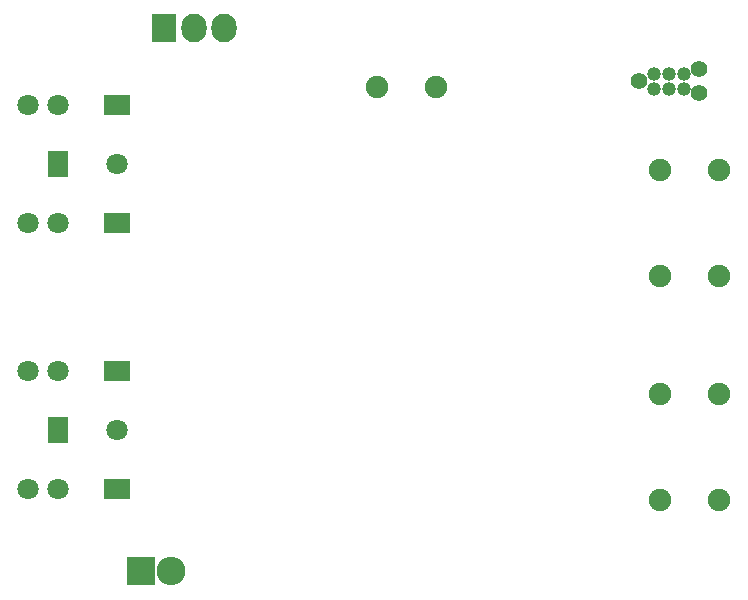
<source format=gbr>
G04 #@! TF.FileFunction,Soldermask,Bot*
%FSLAX46Y46*%
G04 Gerber Fmt 4.6, Leading zero omitted, Abs format (unit mm)*
G04 Created by KiCad (PCBNEW 4.0.6) date 03/10/17 18:24:38*
%MOMM*%
%LPD*%
G01*
G04 APERTURE LIST*
%ADD10C,0.150000*%
%ADD11R,2.127200X2.432000*%
%ADD12O,2.127200X2.432000*%
%ADD13C,1.400000*%
%ADD14C,1.187000*%
%ADD15C,1.900000*%
%ADD16R,2.432000X2.432000*%
%ADD17O,2.432000X2.432000*%
%ADD18C,1.800000*%
%ADD19R,1.700000X2.200000*%
%ADD20R,2.200000X1.700000*%
G04 APERTURE END LIST*
D10*
D11*
X148500000Y-43500000D03*
D12*
X151040000Y-43500000D03*
X153580000Y-43500000D03*
D13*
X193810000Y-49016000D03*
X193810000Y-46984000D03*
X188730000Y-48000000D03*
D14*
X192540000Y-48635000D03*
X192540000Y-47365000D03*
X191270000Y-48635000D03*
X191270000Y-47365000D03*
X190000000Y-48635000D03*
X190000000Y-47365000D03*
X190000000Y-47365000D03*
X190000000Y-48635000D03*
X191270000Y-47365000D03*
X191270000Y-48635000D03*
X192540000Y-47365000D03*
X192540000Y-48635000D03*
D13*
X188730000Y-48000000D03*
X193810000Y-46984000D03*
X193810000Y-49016000D03*
D15*
X195500000Y-74500000D03*
X190500000Y-74500000D03*
X195500000Y-64500000D03*
X190500000Y-64500000D03*
X195500000Y-55500000D03*
X190500000Y-55500000D03*
X195500000Y-83500000D03*
X190500000Y-83500000D03*
X166500000Y-48500000D03*
X171500000Y-48500000D03*
D16*
X146500000Y-89500000D03*
D17*
X149040000Y-89500000D03*
D18*
X137000000Y-50000000D03*
X139500000Y-50000000D03*
X137000000Y-60000000D03*
X139500000Y-60000000D03*
X144500000Y-55000000D03*
D19*
X139500000Y-55000000D03*
D20*
X144500000Y-60000000D03*
X144500000Y-50000000D03*
D18*
X137000000Y-72500000D03*
X139500000Y-72500000D03*
X137000000Y-82500000D03*
X139500000Y-82500000D03*
X144500000Y-77500000D03*
D19*
X139500000Y-77500000D03*
D20*
X144500000Y-82500000D03*
X144500000Y-72500000D03*
M02*

</source>
